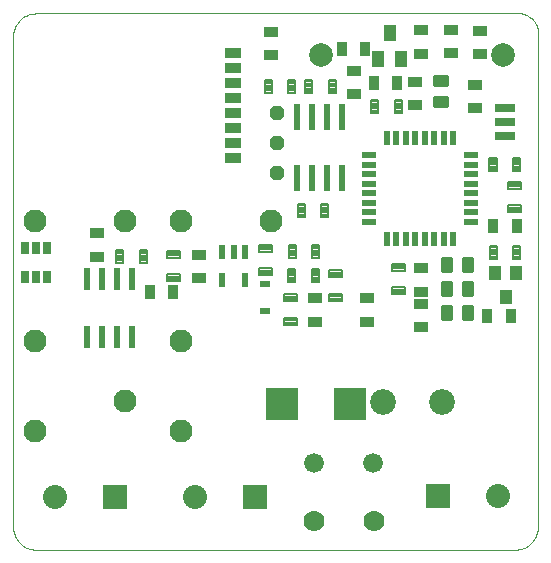
<source format=gbs>
G75*
%MOIN*%
%OFA0B0*%
%FSLAX24Y24*%
%IPPOS*%
%LPD*%
%AMOC8*
5,1,8,0,0,1.08239X$1,22.5*
%
%ADD10C,0.0000*%
%ADD11R,0.0400X0.0450*%
%ADD12R,0.0220X0.0780*%
%ADD13C,0.0079*%
%ADD14R,0.0512X0.0355*%
%ADD15R,0.0355X0.0512*%
%ADD16C,0.0787*%
%ADD17C,0.0860*%
%ADD18R,0.0220X0.0500*%
%ADD19R,0.0669X0.0276*%
%ADD20R,0.0394X0.0551*%
%ADD21R,0.0210X0.0500*%
%ADD22R,0.0500X0.0210*%
%ADD23R,0.0551X0.0354*%
%ADD24C,0.0660*%
%ADD25C,0.0700*%
%ADD26R,0.0327X0.0248*%
%ADD27R,0.0276X0.0394*%
%ADD28C,0.0768*%
%ADD29C,0.0100*%
%ADD30OC8,0.0480*%
%ADD31R,0.0800X0.0800*%
%ADD32C,0.0800*%
%ADD33R,0.0236X0.0866*%
%ADD34R,0.1102X0.1102*%
D10*
X003485Y000850D02*
X003485Y017220D01*
X003487Y017274D01*
X003493Y017327D01*
X003502Y017379D01*
X003515Y017431D01*
X003532Y017482D01*
X003553Y017532D01*
X003577Y017579D01*
X003604Y017625D01*
X003635Y017669D01*
X003668Y017711D01*
X003705Y017750D01*
X003744Y017787D01*
X003786Y017820D01*
X003830Y017851D01*
X003876Y017878D01*
X003923Y017902D01*
X003973Y017923D01*
X004024Y017940D01*
X004076Y017953D01*
X004128Y017962D01*
X004181Y017968D01*
X004235Y017970D01*
X020227Y017970D01*
X020276Y017976D01*
X020325Y017978D01*
X020374Y017976D01*
X020423Y017971D01*
X020471Y017962D01*
X020519Y017949D01*
X020566Y017933D01*
X020611Y017914D01*
X020654Y017891D01*
X020696Y017865D01*
X020736Y017836D01*
X020773Y017804D01*
X020808Y017769D01*
X020840Y017732D01*
X020870Y017692D01*
X020896Y017651D01*
X020919Y017607D01*
X020939Y017562D01*
X020955Y017516D01*
X020968Y017468D01*
X020977Y017420D01*
X020977Y000850D01*
X020975Y000796D01*
X020969Y000743D01*
X020960Y000691D01*
X020947Y000639D01*
X020930Y000588D01*
X020909Y000538D01*
X020885Y000491D01*
X020858Y000445D01*
X020827Y000401D01*
X020794Y000359D01*
X020757Y000320D01*
X020718Y000283D01*
X020676Y000250D01*
X020632Y000219D01*
X020586Y000192D01*
X020539Y000168D01*
X020489Y000147D01*
X020438Y000130D01*
X020386Y000117D01*
X020334Y000108D01*
X020281Y000102D01*
X020227Y000100D01*
X004235Y000100D01*
X004181Y000102D01*
X004128Y000108D01*
X004076Y000117D01*
X004024Y000130D01*
X003973Y000147D01*
X003923Y000168D01*
X003876Y000192D01*
X003830Y000219D01*
X003786Y000250D01*
X003744Y000283D01*
X003705Y000320D01*
X003668Y000359D01*
X003635Y000401D01*
X003604Y000445D01*
X003577Y000491D01*
X003553Y000538D01*
X003532Y000588D01*
X003515Y000639D01*
X003502Y000691D01*
X003493Y000743D01*
X003487Y000796D01*
X003485Y000850D01*
D11*
X019555Y009310D03*
X020255Y009310D03*
X019905Y008510D03*
D12*
X007435Y009120D03*
X006935Y009120D03*
X006435Y009120D03*
X005935Y009120D03*
X005935Y007180D03*
X006435Y007180D03*
X006935Y007180D03*
X007435Y007180D03*
D13*
X009062Y009038D02*
X009062Y009274D01*
X009062Y009038D02*
X008628Y009038D01*
X008628Y009274D01*
X009062Y009274D01*
X009062Y009116D02*
X008628Y009116D01*
X008628Y009194D02*
X009062Y009194D01*
X009062Y009272D02*
X008628Y009272D01*
X007947Y009663D02*
X007711Y009663D01*
X007711Y010097D01*
X007947Y010097D01*
X007947Y009663D01*
X007947Y009741D02*
X007711Y009741D01*
X007711Y009819D02*
X007947Y009819D01*
X007947Y009897D02*
X007711Y009897D01*
X007711Y009975D02*
X007947Y009975D01*
X007947Y010053D02*
X007711Y010053D01*
X007159Y009663D02*
X006923Y009663D01*
X006923Y010097D01*
X007159Y010097D01*
X007159Y009663D01*
X007159Y009741D02*
X006923Y009741D01*
X006923Y009819D02*
X007159Y009819D01*
X007159Y009897D02*
X006923Y009897D01*
X006923Y009975D02*
X007159Y009975D01*
X007159Y010053D02*
X006923Y010053D01*
X009062Y010062D02*
X009062Y009826D01*
X008628Y009826D01*
X008628Y010062D01*
X009062Y010062D01*
X009062Y009904D02*
X008628Y009904D01*
X008628Y009982D02*
X009062Y009982D01*
X009062Y010060D02*
X008628Y010060D01*
X011668Y010026D02*
X011668Y010262D01*
X012102Y010262D01*
X012102Y010026D01*
X011668Y010026D01*
X011668Y010104D02*
X012102Y010104D01*
X012102Y010182D02*
X011668Y010182D01*
X011668Y010260D02*
X012102Y010260D01*
X012673Y009833D02*
X012909Y009833D01*
X012673Y009833D02*
X012673Y010267D01*
X012909Y010267D01*
X012909Y009833D01*
X012909Y009911D02*
X012673Y009911D01*
X012673Y009989D02*
X012909Y009989D01*
X012909Y010067D02*
X012673Y010067D01*
X012673Y010145D02*
X012909Y010145D01*
X012909Y010223D02*
X012673Y010223D01*
X013461Y009833D02*
X013697Y009833D01*
X013461Y009833D02*
X013461Y010267D01*
X013697Y010267D01*
X013697Y009833D01*
X013697Y009911D02*
X013461Y009911D01*
X013461Y009989D02*
X013697Y009989D01*
X013697Y010067D02*
X013461Y010067D01*
X013461Y010145D02*
X013697Y010145D01*
X013697Y010223D02*
X013461Y010223D01*
X013441Y009437D02*
X013677Y009437D01*
X013677Y009003D01*
X013441Y009003D01*
X013441Y009437D01*
X013441Y009081D02*
X013677Y009081D01*
X013677Y009159D02*
X013441Y009159D01*
X013441Y009237D02*
X013677Y009237D01*
X013677Y009315D02*
X013441Y009315D01*
X013441Y009393D02*
X013677Y009393D01*
X014452Y009412D02*
X014452Y009176D01*
X014018Y009176D01*
X014018Y009412D01*
X014452Y009412D01*
X014452Y009254D02*
X014018Y009254D01*
X014018Y009332D02*
X014452Y009332D01*
X014452Y009410D02*
X014018Y009410D01*
X014452Y008624D02*
X014452Y008388D01*
X014018Y008388D01*
X014018Y008624D01*
X014452Y008624D01*
X014452Y008466D02*
X014018Y008466D01*
X014018Y008544D02*
X014452Y008544D01*
X014452Y008622D02*
X014018Y008622D01*
X012889Y009437D02*
X012653Y009437D01*
X012889Y009437D02*
X012889Y009003D01*
X012653Y009003D01*
X012653Y009437D01*
X012653Y009081D02*
X012889Y009081D01*
X012889Y009159D02*
X012653Y009159D01*
X012653Y009237D02*
X012889Y009237D01*
X012889Y009315D02*
X012653Y009315D01*
X012653Y009393D02*
X012889Y009393D01*
X011668Y009474D02*
X011668Y009238D01*
X011668Y009474D02*
X012102Y009474D01*
X012102Y009238D01*
X011668Y009238D01*
X011668Y009316D02*
X012102Y009316D01*
X012102Y009394D02*
X011668Y009394D01*
X011668Y009472D02*
X012102Y009472D01*
X012498Y008612D02*
X012498Y008376D01*
X012498Y008612D02*
X012932Y008612D01*
X012932Y008376D01*
X012498Y008376D01*
X012498Y008454D02*
X012932Y008454D01*
X012932Y008532D02*
X012498Y008532D01*
X012498Y008610D02*
X012932Y008610D01*
X012498Y007824D02*
X012498Y007588D01*
X012498Y007824D02*
X012932Y007824D01*
X012932Y007588D01*
X012498Y007588D01*
X012498Y007666D02*
X012932Y007666D01*
X012932Y007744D02*
X012498Y007744D01*
X012498Y007822D02*
X012932Y007822D01*
X016118Y008608D02*
X016118Y008844D01*
X016552Y008844D01*
X016552Y008608D01*
X016118Y008608D01*
X016118Y008686D02*
X016552Y008686D01*
X016552Y008764D02*
X016118Y008764D01*
X016118Y008842D02*
X016552Y008842D01*
X016118Y009396D02*
X016118Y009632D01*
X016552Y009632D01*
X016552Y009396D01*
X016118Y009396D01*
X016118Y009474D02*
X016552Y009474D01*
X016552Y009552D02*
X016118Y009552D01*
X016118Y009630D02*
X016552Y009630D01*
X019373Y009783D02*
X019609Y009783D01*
X019373Y009783D02*
X019373Y010217D01*
X019609Y010217D01*
X019609Y009783D01*
X019609Y009861D02*
X019373Y009861D01*
X019373Y009939D02*
X019609Y009939D01*
X019609Y010017D02*
X019373Y010017D01*
X019373Y010095D02*
X019609Y010095D01*
X019609Y010173D02*
X019373Y010173D01*
X020161Y009783D02*
X020397Y009783D01*
X020161Y009783D02*
X020161Y010217D01*
X020397Y010217D01*
X020397Y009783D01*
X020397Y009861D02*
X020161Y009861D01*
X020161Y009939D02*
X020397Y009939D01*
X020397Y010017D02*
X020161Y010017D01*
X020161Y010095D02*
X020397Y010095D01*
X020397Y010173D02*
X020161Y010173D01*
X020422Y011338D02*
X020422Y011574D01*
X020422Y011338D02*
X019988Y011338D01*
X019988Y011574D01*
X020422Y011574D01*
X020422Y011416D02*
X019988Y011416D01*
X019988Y011494D02*
X020422Y011494D01*
X020422Y011572D02*
X019988Y011572D01*
X020422Y012126D02*
X020422Y012362D01*
X020422Y012126D02*
X019988Y012126D01*
X019988Y012362D01*
X020422Y012362D01*
X020422Y012204D02*
X019988Y012204D01*
X019988Y012282D02*
X020422Y012282D01*
X020422Y012360D02*
X019988Y012360D01*
X020151Y012703D02*
X020387Y012703D01*
X020151Y012703D02*
X020151Y013137D01*
X020387Y013137D01*
X020387Y012703D01*
X020387Y012781D02*
X020151Y012781D01*
X020151Y012859D02*
X020387Y012859D01*
X020387Y012937D02*
X020151Y012937D01*
X020151Y013015D02*
X020387Y013015D01*
X020387Y013093D02*
X020151Y013093D01*
X019599Y012703D02*
X019363Y012703D01*
X019363Y013137D01*
X019599Y013137D01*
X019599Y012703D01*
X019599Y012781D02*
X019363Y012781D01*
X019363Y012859D02*
X019599Y012859D01*
X019599Y012937D02*
X019363Y012937D01*
X019363Y013015D02*
X019599Y013015D01*
X019599Y013093D02*
X019363Y013093D01*
X016437Y015087D02*
X016201Y015087D01*
X016437Y015087D02*
X016437Y014653D01*
X016201Y014653D01*
X016201Y015087D01*
X016201Y014731D02*
X016437Y014731D01*
X016437Y014809D02*
X016201Y014809D01*
X016201Y014887D02*
X016437Y014887D01*
X016437Y014965D02*
X016201Y014965D01*
X016201Y015043D02*
X016437Y015043D01*
X015649Y015087D02*
X015413Y015087D01*
X015649Y015087D02*
X015649Y014653D01*
X015413Y014653D01*
X015413Y015087D01*
X015413Y014731D02*
X015649Y014731D01*
X015649Y014809D02*
X015413Y014809D01*
X015413Y014887D02*
X015649Y014887D01*
X015649Y014965D02*
X015413Y014965D01*
X015413Y015043D02*
X015649Y015043D01*
X014237Y015313D02*
X014001Y015313D01*
X014001Y015747D01*
X014237Y015747D01*
X014237Y015313D01*
X014237Y015391D02*
X014001Y015391D01*
X014001Y015469D02*
X014237Y015469D01*
X014237Y015547D02*
X014001Y015547D01*
X014001Y015625D02*
X014237Y015625D01*
X014237Y015703D02*
X014001Y015703D01*
X013449Y015313D02*
X013213Y015313D01*
X013213Y015747D01*
X013449Y015747D01*
X013449Y015313D01*
X013449Y015391D02*
X013213Y015391D01*
X013213Y015469D02*
X013449Y015469D01*
X013449Y015547D02*
X013213Y015547D01*
X013213Y015625D02*
X013449Y015625D01*
X013449Y015703D02*
X013213Y015703D01*
X012897Y015333D02*
X012661Y015333D01*
X012661Y015767D01*
X012897Y015767D01*
X012897Y015333D01*
X012897Y015411D02*
X012661Y015411D01*
X012661Y015489D02*
X012897Y015489D01*
X012897Y015567D02*
X012661Y015567D01*
X012661Y015645D02*
X012897Y015645D01*
X012897Y015723D02*
X012661Y015723D01*
X012109Y015333D02*
X011873Y015333D01*
X011873Y015767D01*
X012109Y015767D01*
X012109Y015333D01*
X012109Y015411D02*
X011873Y015411D01*
X011873Y015489D02*
X012109Y015489D01*
X012109Y015567D02*
X011873Y015567D01*
X011873Y015645D02*
X012109Y015645D01*
X012109Y015723D02*
X011873Y015723D01*
X012973Y011617D02*
X013209Y011617D01*
X013209Y011183D01*
X012973Y011183D01*
X012973Y011617D01*
X012973Y011261D02*
X013209Y011261D01*
X013209Y011339D02*
X012973Y011339D01*
X012973Y011417D02*
X013209Y011417D01*
X013209Y011495D02*
X012973Y011495D01*
X012973Y011573D02*
X013209Y011573D01*
X013761Y011617D02*
X013997Y011617D01*
X013997Y011183D01*
X013761Y011183D01*
X013761Y011617D01*
X013761Y011261D02*
X013997Y011261D01*
X013997Y011339D02*
X013761Y011339D01*
X013761Y011417D02*
X013997Y011417D01*
X013997Y011495D02*
X013761Y011495D01*
X013761Y011573D02*
X013997Y011573D01*
D14*
X017085Y009482D03*
X017085Y008695D03*
X017085Y008294D03*
X017085Y007506D03*
X015285Y007686D03*
X015285Y008474D03*
X013545Y008474D03*
X013545Y007686D03*
X009695Y009146D03*
X009695Y009934D03*
X006285Y009856D03*
X006285Y010644D03*
X012065Y016576D03*
X012065Y017364D03*
X014855Y016064D03*
X014855Y015276D03*
X016885Y014906D03*
X016885Y015694D03*
X017085Y016636D03*
X017085Y017424D03*
X018075Y017434D03*
X018075Y016646D03*
X019035Y016606D03*
X019035Y017394D03*
X018885Y015594D03*
X018885Y014806D03*
D15*
X016289Y015660D03*
X015501Y015660D03*
X015229Y016780D03*
X014441Y016780D03*
X019491Y010900D03*
X020279Y010900D03*
X020079Y007900D03*
X019291Y007900D03*
X008829Y008700D03*
X008041Y008700D03*
D16*
X013753Y016587D03*
X019816Y016587D03*
D17*
X017769Y005013D03*
X015801Y005013D03*
D18*
X011215Y009070D03*
X010455Y009070D03*
X010455Y010030D03*
X010835Y010030D03*
X011215Y010030D03*
D19*
X019876Y013889D03*
X019876Y014361D03*
X019876Y014834D03*
D20*
X016409Y016467D03*
X015661Y016467D03*
X016035Y017333D03*
D21*
X015947Y013825D03*
X016262Y013825D03*
X016577Y013825D03*
X016892Y013825D03*
X017207Y013825D03*
X017522Y013825D03*
X017837Y013825D03*
X018152Y013825D03*
X018152Y010445D03*
X017837Y010445D03*
X017522Y010445D03*
X017207Y010445D03*
X016892Y010445D03*
X016577Y010445D03*
X016262Y010445D03*
X015947Y010445D03*
D22*
X015359Y011033D03*
X015359Y011348D03*
X015359Y011663D03*
X015359Y011978D03*
X015359Y012293D03*
X015359Y012608D03*
X015359Y012923D03*
X015359Y013238D03*
X018739Y013238D03*
X018739Y012923D03*
X018739Y012608D03*
X018739Y012293D03*
X018739Y011978D03*
X018739Y011663D03*
X018739Y011348D03*
X018739Y011033D03*
D23*
X010824Y013150D03*
X010824Y013650D03*
X010824Y014150D03*
X010824Y014650D03*
X010824Y015150D03*
X010824Y015650D03*
X010824Y016150D03*
X010824Y016650D03*
D24*
X013501Y003000D03*
X015469Y003000D03*
D25*
X015505Y001050D03*
X013505Y001050D03*
D26*
X011885Y008047D03*
X011885Y008953D03*
D27*
X004629Y009198D03*
X004255Y009198D03*
X003881Y009198D03*
X003881Y010142D03*
X004255Y010142D03*
X004629Y010142D03*
D28*
X004225Y011050D03*
X007225Y011050D03*
X009075Y011050D03*
X012075Y011050D03*
X009075Y007050D03*
X007225Y005050D03*
X009075Y004050D03*
X004225Y004050D03*
X004225Y007050D03*
D29*
X017510Y014900D02*
X017510Y015200D01*
X017960Y015200D01*
X017960Y014900D01*
X017510Y014900D01*
X017510Y014999D02*
X017960Y014999D01*
X017960Y015098D02*
X017510Y015098D01*
X017510Y015197D02*
X017960Y015197D01*
X017510Y015600D02*
X017510Y015900D01*
X017960Y015900D01*
X017960Y015600D01*
X017510Y015600D01*
X017510Y015699D02*
X017960Y015699D01*
X017960Y015798D02*
X017510Y015798D01*
X017510Y015897D02*
X017960Y015897D01*
X018085Y009825D02*
X017785Y009825D01*
X018085Y009825D02*
X018085Y009375D01*
X017785Y009375D01*
X017785Y009825D01*
X017785Y009474D02*
X018085Y009474D01*
X018085Y009573D02*
X017785Y009573D01*
X017785Y009672D02*
X018085Y009672D01*
X018085Y009771D02*
X017785Y009771D01*
X018485Y009825D02*
X018785Y009825D01*
X018785Y009375D01*
X018485Y009375D01*
X018485Y009825D01*
X018485Y009474D02*
X018785Y009474D01*
X018785Y009573D02*
X018485Y009573D01*
X018485Y009672D02*
X018785Y009672D01*
X018785Y009771D02*
X018485Y009771D01*
X018479Y008581D02*
X018779Y008581D01*
X018479Y008581D02*
X018479Y009031D01*
X018779Y009031D01*
X018779Y008581D01*
X018779Y008680D02*
X018479Y008680D01*
X018479Y008779D02*
X018779Y008779D01*
X018779Y008878D02*
X018479Y008878D01*
X018479Y008977D02*
X018779Y008977D01*
X018079Y008581D02*
X017779Y008581D01*
X017779Y009031D01*
X018079Y009031D01*
X018079Y008581D01*
X018079Y008680D02*
X017779Y008680D01*
X017779Y008779D02*
X018079Y008779D01*
X018079Y008878D02*
X017779Y008878D01*
X017779Y008977D02*
X018079Y008977D01*
X018085Y008225D02*
X017785Y008225D01*
X018085Y008225D02*
X018085Y007775D01*
X017785Y007775D01*
X017785Y008225D01*
X017785Y007874D02*
X018085Y007874D01*
X018085Y007973D02*
X017785Y007973D01*
X017785Y008072D02*
X018085Y008072D01*
X018085Y008171D02*
X017785Y008171D01*
X018485Y008225D02*
X018785Y008225D01*
X018785Y007775D01*
X018485Y007775D01*
X018485Y008225D01*
X018485Y007874D02*
X018785Y007874D01*
X018785Y007973D02*
X018485Y007973D01*
X018485Y008072D02*
X018785Y008072D01*
X018785Y008171D02*
X018485Y008171D01*
D30*
X012285Y012650D03*
X012285Y013650D03*
X012285Y014650D03*
D31*
X011535Y001850D03*
X006885Y001850D03*
X017635Y001900D03*
D32*
X019635Y001900D03*
X009535Y001850D03*
X004885Y001850D03*
D33*
X012935Y012476D03*
X013435Y012476D03*
X013935Y012476D03*
X014435Y012476D03*
X014435Y014524D03*
X013935Y014524D03*
X013435Y014524D03*
X012935Y014524D03*
D34*
X012443Y004950D03*
X014727Y004950D03*
M02*

</source>
